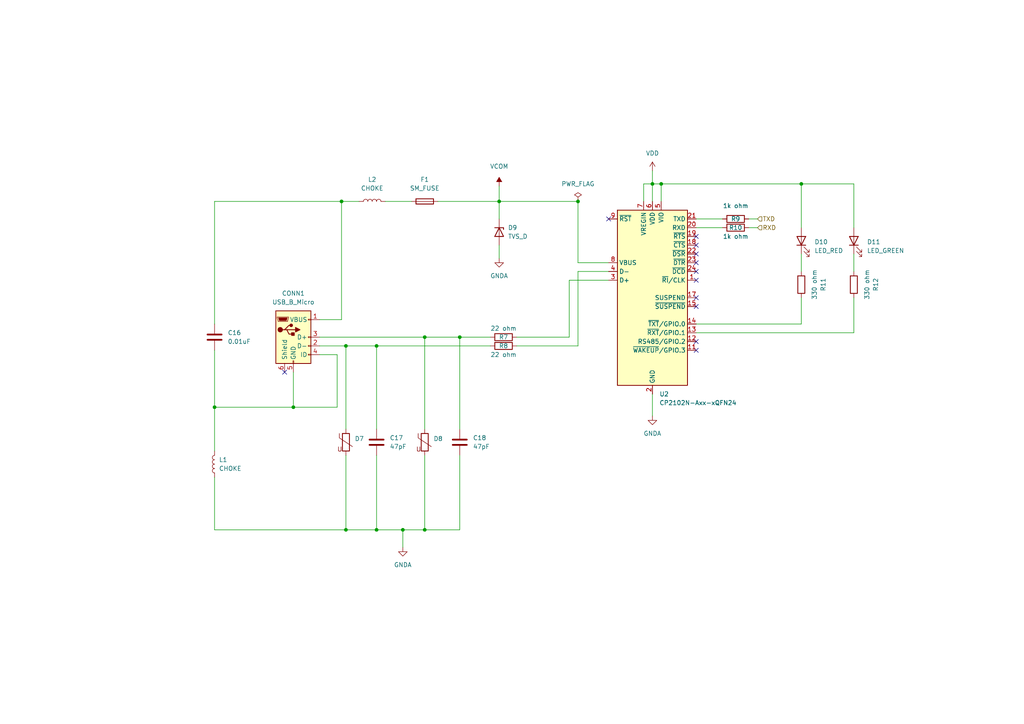
<source format=kicad_sch>
(kicad_sch (version 20211123) (generator eeschema)
  (paper "A4")
  (title_block (title "Daisy Functionality") (date "2023-01-05") (rev "A") (company "Brain-4ce"))
  (lib_symbols
    (symbol "Connector:USB_B_Micro" (pin_names (offset 1.016))
      (property "Reference" "J" (at -5.08 11.43 0))
      (property "Value" "USB_B_Micro" (at -5.08 8.89 0))
      (symbol "USB_B_Micro_0_1"
        (rectangle (start -5.08 -7.62) (end 5.08 7.62) (stroke (width 0.254)) (fill (type background)))
        (circle (center -3.81 2.159) (radius 0.635) (stroke (width 0.254)) (fill (type outline)))
        (circle (center -0.635 3.429) (radius 0.381) (stroke (width 0.254)) (fill (type outline)))
        (rectangle (start -0.127 -7.62) (end 0.127 -6.858))
        (polyline (pts (xy -1.905 2.159) (xy 0.635 2.159)) (stroke (width 0.254)))
        (polyline (pts (xy -3.175 2.159) (xy -2.54 2.159) (xy -1.27 3.429) (xy -0.635 3.429)) (stroke (width 0.254)))
        (polyline (pts (xy -2.54 2.159) (xy -1.905 2.159) (xy -1.27 0.889) (xy 0 0.889)) (stroke (width 0.254)))
        (polyline (pts (xy 0.635 2.794) (xy 0.635 1.524) (xy 1.905 2.159) (xy 0.635 2.794)) (stroke (width 0.254)) (fill (type outline)))
        (polyline (pts (xy -4.318 5.588) (xy -1.778 5.588) (xy -2.032 4.826) (xy -4.064 4.826) (xy -4.318 5.588)) (fill (type outline)))
        (polyline (pts (xy -4.699 5.842) (xy -4.699 5.588) (xy -4.445 4.826) (xy -4.445 4.572) (xy -1.651 4.572) (xy -1.651 4.826) (xy -1.397 5.588) (xy -1.397 5.842) (xy -4.699 5.842)))
        (rectangle (start 0.254 1.27) (end -0.508 0.508) (stroke (width 0.254)) (fill (type outline)))
        (rectangle (start 5.08 -5.207) (end 4.318 -4.953))
        (rectangle (start 5.08 -2.667) (end 4.318 -2.413))
        (rectangle (start 5.08 -0.127) (end 4.318 0.127))
        (rectangle (start 5.08 4.953) (end 4.318 5.207))
      )
      (symbol "USB_B_Micro_1_1"
        (pin power_out line (at 7.62 5.08 180) (length 2.54) (name "VBUS") (number "1"))
        (pin bidirectional line (at 7.62 -2.54 180) (length 2.54) (name "D-") (number "2"))
        (pin bidirectional line (at 7.62 0 180) (length 2.54) (name "D+") (number "3"))
        (pin passive line (at 7.62 -5.08 180) (length 2.54) (name "ID") (number "4"))
        (pin power_out line (at 0 -10.16 90) (length 2.54) (name "GND") (number "5"))
        (pin passive line (at -2.54 -10.16 90) (length 2.54) (name "Shield") (number "6"))
      )
    )
    (symbol "Device:C" (pin_numbers hide) (pin_names (offset 0.254))
      (property "Reference" "C" (at 0.635 2.54 0))
      (property "Value" "C" (at 0.635 -2.54 0))
      (symbol "C_0_1"
        (polyline (pts (xy -2.032 -0.762) (xy 2.032 -0.762)) (stroke (width 0.508)))
        (polyline (pts (xy -2.032 0.762) (xy 2.032 0.762)) (stroke (width 0.508)))
      )
      (symbol "C_1_1"
        (pin passive line (at 0 3.81 270) (length 2.794) (name "~") (number "1"))
        (pin passive line (at 0 -3.81 90) (length 2.794) (name "~") (number "2"))
      )
    )
    (symbol "Device:D_Zener" (pin_numbers hide) (pin_names (offset 1.016) hide)
      (property "Reference" "D" (at 0 2.54 0))
      (property "Value" "D_Zener" (at 0 -2.54 0))
      (symbol "D_Zener_0_1"
        (polyline (pts (xy 1.27 0) (xy -1.27 0)))
        (polyline (pts (xy -1.27 -1.27) (xy -1.27 1.27) (xy -0.762 1.27)) (stroke (width 0.254)))
        (polyline (pts (xy 1.27 -1.27) (xy 1.27 1.27) (xy -1.27 0) (xy 1.27 -1.27)) (stroke (width 0.254)))
      )
      (symbol "D_Zener_1_1"
        (pin passive line (at -3.81 0 0) (length 2.54) (name "K") (number "1"))
        (pin passive line (at 3.81 0 180) (length 2.54) (name "A") (number "2"))
      )
    )
    (symbol "Device:Fuse" (pin_numbers hide) (pin_names (offset 0))
      (property "Reference" "F" (at 2.032 0 90))
      (property "Value" "Fuse" (at -1.905 0 90))
      (symbol "Fuse_0_1"
        (rectangle (start -0.762 -2.54) (end 0.762 2.54) (stroke (width 0.254)))
        (polyline (pts (xy 0 2.54) (xy 0 -2.54)))
      )
      (symbol "Fuse_1_1"
        (pin passive line (at 0 3.81 270) (length 1.27) (name "~") (number "1"))
        (pin passive line (at 0 -3.81 90) (length 1.27) (name "~") (number "2"))
      )
    )
    (symbol "Device:L" (pin_numbers hide) (pin_names (offset 1.016) hide)
      (property "Reference" "L" (at -1.27 0 90))
      (property "Value" "L" (at 1.905 0 90))
      (symbol "L_0_1"
        (arc (start 0 -2.54) (mid 0.635 -1.905) (end 0 -1.27))
        (arc (start 0 -1.27) (mid 0.635 -0.635) (end 0 0))
        (arc (start 0 0) (mid 0.635 0.635) (end 0 1.27))
        (arc (start 0 1.27) (mid 0.635 1.905) (end 0 2.54))
      )
      (symbol "L_1_1"
        (pin passive line (at 0 3.81 270) (length 1.27) (name "1") (number "1"))
        (pin passive line (at 0 -3.81 90) (length 1.27) (name "2") (number "2"))
      )
    )
    (symbol "Device:LED" (pin_numbers hide) (pin_names (offset 1.016) hide)
      (property "Reference" "D" (at 0 2.54 0))
      (property "Value" "LED" (at 0 -2.54 0))
      (symbol "LED_0_1"
        (polyline (pts (xy -1.27 -1.27) (xy -1.27 1.27)) (stroke (width 0.254)))
        (polyline (pts (xy -1.27 0) (xy 1.27 0)))
        (polyline (pts (xy 1.27 -1.27) (xy 1.27 1.27) (xy -1.27 0) (xy 1.27 -1.27)) (stroke (width 0.254)))
        (polyline (pts (xy -3.048 -0.762) (xy -4.572 -2.286) (xy -3.81 -2.286) (xy -4.572 -2.286) (xy -4.572 -1.524)))
        (polyline (pts (xy -1.778 -0.762) (xy -3.302 -2.286) (xy -2.54 -2.286) (xy -3.302 -2.286) (xy -3.302 -1.524)))
      )
      (symbol "LED_1_1"
        (pin passive line (at -3.81 0 0) (length 2.54) (name "K") (number "1"))
        (pin passive line (at 3.81 0 180) (length 2.54) (name "A") (number "2"))
      )
    )
    (symbol "Device:R" (pin_numbers hide) (pin_names (offset 0))
      (property "Reference" "R" (at 2.032 0 90))
      (property "Value" "R" (at 0 0 90))
      (symbol "R_0_1"
        (rectangle (start -1.016 -2.54) (end 1.016 2.54) (stroke (width 0.254)))
      )
      (symbol "R_1_1"
        (pin passive line (at 0 3.81 270) (length 1.27) (name "~") (number "1"))
        (pin passive line (at 0 -3.81 90) (length 1.27) (name "~") (number "2"))
      )
    )
    (symbol "Device:Varistor" (pin_numbers hide) (pin_names (offset 0))
      (property "Reference" "RV" (at 3.175 0 90))
      (property "Value" "Varistor" (at -3.175 0 90))
      (symbol "Varistor_0_0"
        (text "U" (at -1.778 -2.032 0) (effects (font (size 1.27 1.27))))
      )
      (symbol "Varistor_0_1"
        (rectangle (start -1.016 -2.54) (end 1.016 2.54) (stroke (width 0.254)))
        (polyline (pts (xy -1.905 2.54) (xy -1.905 1.27) (xy 1.905 -1.27)))
      )
      (symbol "Varistor_1_1"
        (pin passive line (at 0 3.81 270) (length 1.27) (name "~") (number "1"))
        (pin passive line (at 0 -3.81 90) (length 1.27) (name "~") (number "2"))
      )
    )
    (symbol "Interface_USB:CP2102N-Axx-xQFN24"
      (property "Reference" "U" (at -8.89 26.67 0))
      (property "Value" "CP2102N-Axx-xQFN24" (at 13.97 26.67 0))
      (symbol "CP2102N-Axx-xQFN24_0_1"
        (rectangle (start -10.16 25.4) (end 10.16 -25.4) (stroke (width 0.254)) (fill (type background)))
      )
      (symbol "CP2102N-Axx-xQFN24_1_1"
        (pin bidirectional line (at 12.7 5.08 180) (length 2.54) (name "~{RI}/CLK") (number "1"))
        (pin no_connect line (at -10.16 -22.86 0) (length 2.54) hide (name "NC") (number "10"))
        (pin bidirectional line (at 12.7 -15.24 180) (length 2.54) (name "~{WAKEUP}/GPIO.3") (number "11"))
        (pin bidirectional line (at 12.7 -12.7 180) (length 2.54) (name "RS485/GPIO.2") (number "12"))
        (pin bidirectional line (at 12.7 -10.16 180) (length 2.54) (name "~{RXT}/GPIO.1") (number "13"))
        (pin bidirectional line (at 12.7 -7.62 180) (length 2.54) (name "~{TXT}/GPIO.0") (number "14"))
        (pin output line (at 12.7 -2.54 180) (length 2.54) (name "~{SUSPEND}") (number "15"))
        (pin no_connect line (at 10.16 -22.86 180) (length 2.54) hide (name "NC") (number "16"))
        (pin output line (at 12.7 0 180) (length 2.54) (name "SUSPEND") (number "17"))
        (pin input line (at 12.7 15.24 180) (length 2.54) (name "~{CTS}") (number "18"))
        (pin output line (at 12.7 17.78 180) (length 2.54) (name "~{RTS}") (number "19"))
        (pin power_in line (at 0 -27.94 90) (length 2.54) (name "GND") (number "2"))
        (pin input line (at 12.7 20.32 180) (length 2.54) (name "RXD") (number "20"))
        (pin output line (at 12.7 22.86 180) (length 2.54) (name "TXD") (number "21"))
        (pin input line (at 12.7 12.7 180) (length 2.54) (name "~{DSR}") (number "22"))
        (pin output line (at 12.7 10.16 180) (length 2.54) (name "~{DTR}") (number "23"))
        (pin input line (at 12.7 7.62 180) (length 2.54) (name "~{DCD}") (number "24"))
        (pin passive line (at 0 -27.94 90) (length 2.54) hide (name "GND") (number "25"))
        (pin bidirectional line (at -12.7 5.08 0) (length 2.54) (name "D+") (number "3"))
        (pin bidirectional line (at -12.7 7.62 0) (length 2.54) (name "D-") (number "4"))
        (pin power_in line (at 2.54 27.94 270) (length 2.54) (name "VIO") (number "5"))
        (pin power_in line (at 0 27.94 270) (length 2.54) (name "VDD") (number "6"))
        (pin power_in line (at -2.54 27.94 270) (length 2.54) (name "VREGIN") (number "7"))
        (pin input line (at -12.7 10.16 0) (length 2.54) (name "VBUS") (number "8"))
        (pin input line (at -12.7 22.86 0) (length 2.54) (name "~{RST}") (number "9"))
      )
    )
    (symbol "power:GNDA" (power) (pin_names (offset 0))
      (property "Value" "GNDA" (at 0 -3.81 0))
      (symbol "GNDA_0_1"
        (polyline (pts (xy 0 0) (xy 0 -1.27) (xy 1.27 -1.27) (xy 0 -2.54) (xy -1.27 -1.27) (xy 0 -1.27)))
      )
      (symbol "GNDA_1_1"
        (pin power_in line (at 0 0 270) (length 0) hide (name "GNDA") (number "1"))
      )
    )
    (symbol "power:PWR_FLAG" (power) (pin_numbers hide) (pin_names (offset 0) hide)
      (property "Value" "PWR_FLAG" (at 0 3.81 0))
      (symbol "PWR_FLAG_0_0"
        (pin power_out line (at 0 0 90) (length 0) (name "pwr") (number "1"))
      )
      (symbol "PWR_FLAG_0_1"
        (polyline (pts (xy 0 0) (xy 0 1.27) (xy -1.016 1.905) (xy 0 2.54) (xy 1.016 1.905) (xy 0 1.27)))
      )
    )
    (symbol "power:VCOM" (power) (pin_names (offset 0))
      (property "Value" "VCOM" (at 0 3.81 0))
      (symbol "VCOM_0_1"
        (polyline (pts (xy 0 0) (xy 0 2.54)))
        (polyline (pts (xy 0.762 1.27) (xy -0.762 1.27) (xy 0 2.54) (xy 0.762 1.27)) (fill (type outline)))
      )
      (symbol "VCOM_1_1"
        (pin power_in line (at 0 0 90) (length 0) hide (name "VCOM") (number "1"))
      )
    )
    (symbol "power:VDD" (power) (pin_names (offset 0))
      (property "Value" "VDD" (at 0 3.81 0))
      (symbol "VDD_0_1"
        (polyline (pts (xy -0.762 1.27) (xy 0 2.54)))
        (polyline (pts (xy 0 0) (xy 0 2.54)))
        (polyline (pts (xy 0 2.54) (xy 0.762 1.27)))
      )
      (symbol "VDD_1_1"
        (pin power_in line (at 0 0 90) (length 0) hide (name "VDD") (number "1"))
      )
    )
  )
  (junction (at 232.41 53.34))
  (junction (at 100.33 153.67))
  (junction (at 167.64 58.42))
  (junction (at 100.33 100.33))
  (junction (at 109.22 100.33))
  (junction (at 189.23 53.34))
  (junction (at 62.23 118.11))
  (junction (at 133.35 97.79))
  (junction (at 144.78 58.42))
  (junction (at 123.19 153.67))
  (junction (at 191.77 53.34))
  (junction (at 85.09 118.11))
  (junction (at 123.19 97.79))
  (junction (at 116.84 153.67))
  (junction (at 99.06 58.42))
  (junction (at 109.22 153.67))
  (no_connect (at 201.93 71.12))
  (no_connect (at 201.93 76.2))
  (no_connect (at 201.93 78.74))
  (no_connect (at 201.93 101.6))
  (no_connect (at 201.93 73.66))
  (no_connect (at 201.93 81.28))
  (no_connect (at 82.55 107.95))
  (no_connect (at 201.93 68.58))
  (no_connect (at 176.53 63.5))
  (no_connect (at 201.93 99.06))
  (no_connect (at 201.93 88.9))
  (no_connect (at 201.93 86.36))
  (wire (pts (xy 109.22 100.33) (xy 142.24 100.33)))
  (wire (pts (xy 97.79 102.87) (xy 97.79 118.11)))
  (wire (pts (xy 217.17 66.04) (xy 219.71 66.04)))
  (wire (pts (xy 176.53 76.2) (xy 167.64 76.2)))
  (wire (pts (xy 149.86 97.79) (xy 165.1 97.79)))
  (wire (pts (xy 116.84 153.67) (xy 123.19 153.67)))
  (wire (pts (xy 144.78 58.42) (xy 144.78 63.5)))
  (wire (pts (xy 62.23 58.42) (xy 99.06 58.42)))
  (wire (pts (xy 191.77 53.34) (xy 232.41 53.34)))
  (wire (pts (xy 111.76 58.42) (xy 119.38 58.42)))
  (wire (pts (xy 167.64 78.74) (xy 176.53 78.74)))
  (wire (pts (xy 167.64 100.33) (xy 167.64 78.74)))
  (wire (pts (xy 100.33 132.08) (xy 100.33 153.67)))
  (wire (pts (xy 92.71 102.87) (xy 97.79 102.87)))
  (wire (pts (xy 62.23 138.43) (xy 62.23 153.67)))
  (wire (pts (xy 189.23 114.3) (xy 189.23 120.65)))
  (wire (pts (xy 189.23 53.34) (xy 191.77 53.34)))
  (wire (pts (xy 201.93 63.5) (xy 209.55 63.5)))
  (wire (pts (xy 116.84 153.67) (xy 109.22 153.67)))
  (wire (pts (xy 219.71 63.5) (xy 217.17 63.5)))
  (wire (pts (xy 100.33 100.33) (xy 100.33 124.46)))
  (wire (pts (xy 167.64 76.2) (xy 167.64 58.42)))
  (wire (pts (xy 133.35 153.67) (xy 123.19 153.67)))
  (wire (pts (xy 62.23 153.67) (xy 100.33 153.67)))
  (wire (pts (xy 133.35 132.08) (xy 133.35 153.67)))
  (wire (pts (xy 123.19 97.79) (xy 123.19 124.46)))
  (wire (pts (xy 165.1 81.28) (xy 176.53 81.28)))
  (wire (pts (xy 123.19 97.79) (xy 133.35 97.79)))
  (wire (pts (xy 99.06 58.42) (xy 104.14 58.42)))
  (wire (pts (xy 232.41 73.66) (xy 232.41 78.74)))
  (wire (pts (xy 247.65 73.66) (xy 247.65 78.74)))
  (wire (pts (xy 127 58.42) (xy 144.78 58.42)))
  (wire (pts (xy 123.19 132.08) (xy 123.19 153.67)))
  (wire (pts (xy 109.22 132.08) (xy 109.22 153.67)))
  (wire (pts (xy 92.71 92.71) (xy 99.06 92.71)))
  (wire (pts (xy 201.93 66.04) (xy 209.55 66.04)))
  (wire (pts (xy 201.93 93.98) (xy 232.41 93.98)))
  (wire (pts (xy 109.22 100.33) (xy 109.22 124.46)))
  (wire (pts (xy 191.77 58.42) (xy 191.77 53.34)))
  (wire (pts (xy 167.64 58.42) (xy 144.78 58.42)))
  (wire (pts (xy 62.23 101.6) (xy 62.23 118.11)))
  (wire (pts (xy 189.23 49.53) (xy 189.23 53.34)))
  (wire (pts (xy 133.35 97.79) (xy 142.24 97.79)))
  (wire (pts (xy 62.23 118.11) (xy 62.23 130.81)))
  (wire (pts (xy 232.41 53.34) (xy 232.41 66.04)))
  (wire (pts (xy 85.09 118.11) (xy 85.09 107.95)))
  (wire (pts (xy 100.33 153.67) (xy 109.22 153.67)))
  (wire (pts (xy 247.65 66.04) (xy 247.65 53.34)))
  (wire (pts (xy 201.93 96.52) (xy 247.65 96.52)))
  (wire (pts (xy 232.41 86.36) (xy 232.41 93.98)))
  (wire (pts (xy 62.23 93.98) (xy 62.23 58.42)))
  (wire (pts (xy 144.78 71.12) (xy 144.78 74.93)))
  (wire (pts (xy 99.06 58.42) (xy 99.06 92.71)))
  (wire (pts (xy 247.65 86.36) (xy 247.65 96.52)))
  (wire (pts (xy 133.35 97.79) (xy 133.35 124.46)))
  (wire (pts (xy 116.84 153.67) (xy 116.84 158.75)))
  (wire (pts (xy 165.1 97.79) (xy 165.1 81.28)))
  (wire (pts (xy 232.41 53.34) (xy 247.65 53.34)))
  (wire (pts (xy 100.33 100.33) (xy 109.22 100.33)))
  (wire (pts (xy 92.71 97.79) (xy 123.19 97.79)))
  (wire (pts (xy 144.78 53.975) (xy 144.78 58.42)))
  (wire (pts (xy 97.79 118.11) (xy 85.09 118.11)))
  (wire (pts (xy 149.86 100.33) (xy 167.64 100.33)))
  (wire (pts (xy 186.69 58.42) (xy 186.69 53.34)))
  (wire (pts (xy 92.71 100.33) (xy 100.33 100.33)))
  (wire (pts (xy 186.69 53.34) (xy 189.23 53.34)))
  (wire (pts (xy 189.23 53.34) (xy 189.23 58.42)))
  (wire (pts (xy 62.23 118.11) (xy 85.09 118.11)))
  (hierarchical_label "TXD" (shape input) (at 219.71 63.5 0))
  (hierarchical_label "RXD" (shape input) (at 219.71 66.04 0))
  (symbol (lib_id "Device:R") (at 232.41 82.55 0) (mirror y) (unit 1)
    (property "Reference" "R11" (at 238.76 82.55 90))
    (property "Value" "330 ohm" (at 236.22 82.55 90))
    (property "Footprint" "Resistor_SMD:R_0402_1005Metric" (effects hide))
  )
  (symbol (lib_id "Device:Fuse") (at 123.19 58.42 270) (unit 1)
    (property "Reference" "F1" (at 123.19 52.07 90))
    (property "Value" "SM_FUSE" (at 123.19 54.61 90))
    (property "Footprint" "Fuse:Fuse_1812_4532Metric" (effects hide))
  )
  (symbol (lib_id "Device:Varistor") (at 100.33 128.27 0) (unit 1)
    (property "Reference" "D7" (at 102.87 127.2531 0) (effects (justify left)))
    (property "Value" "ESD_VARISTOR" (effects hide))
    (property "Footprint" "Diode_SMD:D_0402_1005Metric" (effects hide))
  )
  (symbol (lib_id "power:VDD") (at 189.23 49.53 0) (unit 1)
    (property "Reference" "#PWR0123" (effects hide))
    (property "Value" "VDD" (at 189.23 44.45 0))
  )
  (symbol (lib_id "Device:LED") (at 232.41 69.85 90) (unit 1)
    (property "Reference" "D10" (at 236.22 70.1674 90) (effects (justify right)))
    (property "Value" "LED_RED" (at 236.22 72.7074 90) (effects (justify right)))
    (property "Footprint" "LED_SMD:LED_0603_1608Metric" (effects hide))
  )
  (symbol (lib_id "power:PWR_FLAG") (at 167.64 58.42 0) (unit 1)
    (property "Reference" "#FLG0104" (effects hide))
    (property "Value" "PWR_FLAG" (at 167.64 53.34 0))
  )
  (symbol (lib_id "Device:R") (at 146.05 100.33 90) (mirror x) (unit 1)
    (property "Reference" "R8" (at 146.05 100.33 90))
    (property "Value" "22 ohm" (at 146.05 102.87 90))
    (property "Footprint" "Resistor_SMD:R_0402_1005Metric" (effects hide))
  )
  (symbol (lib_id "Device:D_Zener") (at 144.78 67.31 270) (unit 1)
    (property "Reference" "D9" (at 147.32 66.0399 90) (effects (justify left)))
    (property "Value" "TVS_D" (at 147.32 68.5799 90) (effects (justify left)))
    (property "Footprint" "ESDALC6V1-1M2:ESDALC6V1-1M2" (effects hide))
  )
  (symbol (lib_id "Device:R") (at 213.36 66.04 90) (mirror x) (unit 1)
    (property "Reference" "R10" (at 213.36 66.04 90))
    (property "Value" "1k ohm" (at 213.36 68.58 90))
    (property "Footprint" "Resistor_SMD:R_0402_1005Metric" (effects hide))
  )
  (symbol (lib_id "Device:Varistor") (at 123.19 128.27 0) (unit 1)
    (property "Reference" "D8" (at 125.73 127.2531 0) (effects (justify left)))
    (property "Value" "ESD_VARISTOR" (effects hide))
    (property "Footprint" "Diode_SMD:D_0402_1005Metric" (effects hide))
  )
  (symbol (lib_id "Device:R") (at 247.65 82.55 0) (mirror y) (unit 1)
    (property "Reference" "R12" (at 254 82.55 90))
    (property "Value" "330 ohm" (at 251.46 82.55 90))
    (property "Footprint" "Resistor_SMD:R_0402_1005Metric" (effects hide))
  )
  (symbol (lib_id "power:VCOM") (at 144.78 53.975 0) (unit 1)
    (property "Reference" "#PWR0120" (effects hide))
    (property "Value" "VCOM" (at 144.78 48.26 0))
  )
  (symbol (lib_id "Device:R") (at 146.05 97.79 90) (mirror x) (unit 1)
    (property "Reference" "R7" (at 146.05 97.79 90))
    (property "Value" "22 ohm" (at 146.05 95.25 90))
    (property "Footprint" "Resistor_SMD:R_0402_1005Metric" (effects hide))
  )
  (symbol (lib_id "Device:L") (at 62.23 134.62 0) (mirror y) (unit 1)
    (property "Reference" "L1" (at 63.5 133.3499 0) (effects (justify right)))
    (property "Value" "CHOKE" (at 63.5 135.8899 0) (effects (justify right)))
    (property "Footprint" "Inductor_SMD:L_0402_1005Metric" (effects hide))
  )
  (symbol (lib_id "Device:R") (at 213.36 63.5 90) (mirror x) (unit 1)
    (property "Reference" "R9" (at 213.36 63.5 90))
    (property "Value" "1k ohm" (at 213.36 59.69 90))
    (property "Footprint" "Resistor_SMD:R_0402_1005Metric" (effects hide))
  )
  (symbol (lib_id "power:GNDA") (at 189.23 120.65 0) (unit 1)
    (property "Reference" "#PWR0124" (effects hide))
    (property "Value" "GNDA" (at 189.23 125.73 0))
  )
  (symbol (lib_id "power:GNDA") (at 144.78 74.93 0) (unit 1)
    (property "Reference" "#PWR0122" (effects hide))
    (property "Value" "GNDA" (at 144.78 80.01 0))
  )
  (symbol (lib_id "Device:L") (at 107.95 58.42 270) (mirror x) (unit 1)
    (property "Reference" "L2" (at 107.95 52.07 90))
    (property "Value" "CHOKE" (at 107.95 54.61 90))
    (property "Footprint" "Inductor_SMD:L_0402_1005Metric" (effects hide))
  )
  (symbol (lib_id "Device:C") (at 133.35 128.27 0) (unit 1)
    (property "Reference" "C18" (at 137.16 126.9999 0) (effects (justify left)))
    (property "Value" "47pF" (at 137.16 129.5399 0) (effects (justify left)))
    (property "Footprint" "Capacitor_SMD:C_0201_0603Metric" (effects hide))
  )
  (symbol (lib_id "Connector:USB_B_Micro") (at 85.09 97.79 0) (unit 1)
    (property "Reference" "CONN1" (at 85.09 85.09 0))
    (property "Value" "USB_B_Micro" (at 85.09 87.63 0))
    (property "Footprint" "Connector_USB:USB_Micro-B_Molex-105017-0001" (effects hide))
  )
  (symbol (lib_id "Device:C") (at 62.23 97.79 0) (unit 1)
    (property "Reference" "C16" (at 66.04 96.5199 0) (effects (justify left)))
    (property "Value" "0.01uF" (at 66.04 99.0599 0) (effects (justify left)))
    (property "Footprint" "Capacitor_SMD:C_0402_1005Metric" (effects hide))
  )
  (symbol (lib_id "power:GNDA") (at 116.84 158.75 0) (unit 1)
    (property "Reference" "#PWR0121" (effects hide))
    (property "Value" "GNDA" (at 116.84 163.83 0))
  )
  (symbol (lib_id "Device:C") (at 109.22 128.27 0) (unit 1)
    (property "Reference" "C17" (at 113.03 126.9999 0) (effects (justify left)))
    (property "Value" "47pF" (at 113.03 129.5399 0) (effects (justify left)))
    (property "Footprint" "Capacitor_SMD:C_0201_0603Metric" (effects hide))
  )
  (symbol (lib_id "Device:LED") (at 247.65 69.85 90) (unit 1)
    (property "Reference" "D11" (at 251.46 70.1674 90) (effects (justify right)))
    (property "Value" "LED_GREEN" (at 251.46 72.7074 90) (effects (justify right)))
    (property "Footprint" "LED_SMD:LED_0603_1608Metric" (effects hide))
  )
  (symbol (lib_id "Interface_USB:CP2102N-Axx-xQFN24") (at 189.23 86.36 0) (unit 1)
    (property "Reference" "U2" (at 191.2494 114.3 0) (effects (justify left)))
    (property "Value" "CP2102N-Axx-xQFN24" (at 191.2494 116.84 0) (effects (justify left)))
    (property "Footprint" "Package_DFN_QFN:QFN-24-1EP_4x4mm_P0.5mm_EP2.6x2.6mm" (effects hide))
    (property "Datasheet" "https://www.silabs.com/documents/public/data-sheets/cp2102n-datasheet.pdf" (effects hide))
  )
)
</source>
